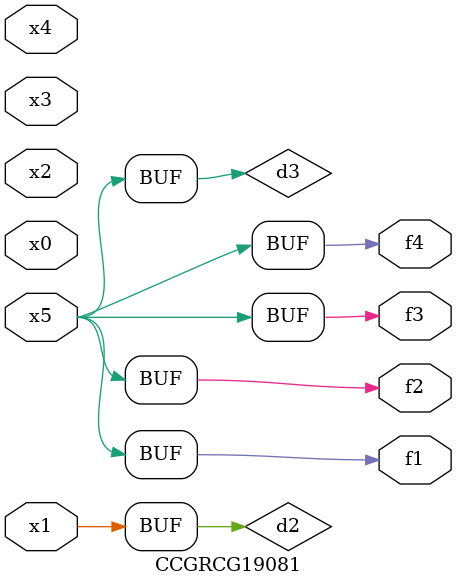
<source format=v>
module CCGRCG19081(
	input x0, x1, x2, x3, x4, x5,
	output f1, f2, f3, f4
);

	wire d1, d2, d3;

	not (d1, x5);
	or (d2, x1);
	xnor (d3, d1);
	assign f1 = d3;
	assign f2 = d3;
	assign f3 = d3;
	assign f4 = d3;
endmodule

</source>
